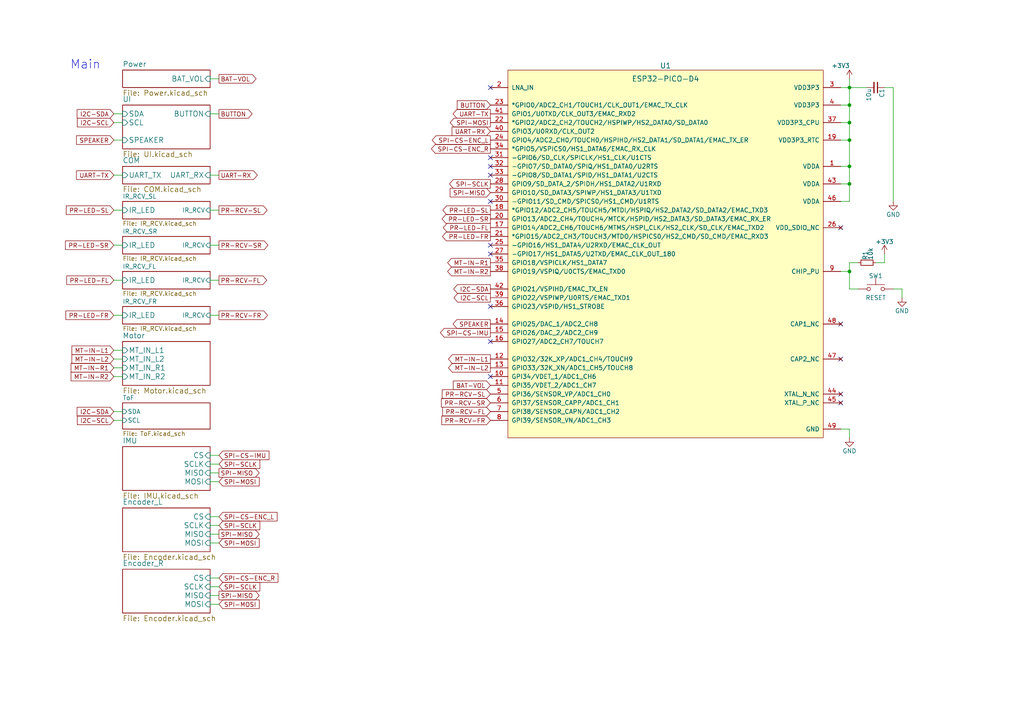
<source format=kicad_sch>
(kicad_sch (version 20230121) (generator eeschema)
  (paper "A4")
  (lib_symbols
    (symbol "KERISE-rescue:+3.3V-power-KERISE-rescue-KERISE-rescue" (power) (pin_names (offset 0))
      (property "Value" "+3.3V-power-KERISE-rescue-KERISE-rescue" (at 0 3.556 0))
      (symbol "+3.3V-power-KERISE-rescue-KERISE-rescue_0_1"
        (polyline (pts (xy -0.762 1.27) (xy 0 2.54)))
        (polyline (pts (xy 0 0) (xy 0 2.54)))
        (polyline (pts (xy 0 2.54) (xy 0.762 1.27)))
      )
      (symbol "+3.3V-power-KERISE-rescue-KERISE-rescue_1_1"
        (pin power_in line (at 0 0 90) (length 0) hide (name "+3V3") (number "1"))
      )
    )
    (symbol "KERISE-rescue:C_Small-Device-KERISE-rescue-KERISE-rescue" (pin_numbers hide) (pin_names (offset 0.254) hide)
      (property "Reference" "C" (at 0.254 1.778 0))
      (property "Value" "C_Small-Device-KERISE-rescue-KERISE-rescue" (at 0.254 -2.032 0))
      (symbol "C_Small-Device-KERISE-rescue-KERISE-rescue_0_1"
        (polyline (pts (xy -1.524 -0.508) (xy 1.524 -0.508)) (stroke (width 0.3302)))
        (polyline (pts (xy -1.524 0.508) (xy 1.524 0.508)) (stroke (width 0.3048)))
      )
      (symbol "C_Small-Device-KERISE-rescue-KERISE-rescue_1_1"
        (pin passive line (at 0 2.54 270) (length 2.032) (name "~") (number "1"))
        (pin passive line (at 0 -2.54 90) (length 2.032) (name "~") (number "2"))
      )
    )
    (symbol "KERISE-rescue:GND-power-KERISE-rescue-KERISE-rescue" (power) (pin_names (offset 0))
      (property "Value" "GND-power-KERISE-rescue-KERISE-rescue" (at 0 -3.81 0))
      (symbol "GND-power-KERISE-rescue-KERISE-rescue_0_1"
        (polyline (pts (xy 0 0) (xy 0 -1.27) (xy 1.27 -1.27) (xy 0 -2.54) (xy -1.27 -1.27) (xy 0 -1.27)))
      )
      (symbol "GND-power-KERISE-rescue-KERISE-rescue_1_1"
        (pin power_in line (at 0 0 270) (length 0) hide (name "GND") (number "1"))
      )
    )
    (symbol "KERISE-rescue:R_Small-Device-KERISE-rescue-KERISE-rescue" (pin_numbers hide) (pin_names (offset 0.254) hide)
      (property "Reference" "R" (at 0.762 0.508 0))
      (property "Value" "R_Small-Device-KERISE-rescue-KERISE-rescue" (at 0.762 -1.016 0))
      (symbol "R_Small-Device-KERISE-rescue-KERISE-rescue_0_1"
        (rectangle (start -0.762 1.778) (end 0.762 -1.778) (stroke (width 0.2032)))
      )
      (symbol "R_Small-Device-KERISE-rescue-KERISE-rescue_1_1"
        (pin passive line (at 0 2.54 270) (length 0.762) (name "~") (number "1"))
        (pin passive line (at 0 -2.54 90) (length 0.762) (name "~") (number "2"))
      )
    )
    (symbol "KERISE-rescue:SW_Push-Switch-KERISE-rescue-KERISE-rescue" (pin_numbers hide) (pin_names (offset 1.016) hide)
      (property "Reference" "SW" (at 1.27 2.54 0))
      (property "Value" "SW_Push-Switch-KERISE-rescue-KERISE-rescue" (at 0 -1.524 0))
      (symbol "SW_Push-Switch-KERISE-rescue-KERISE-rescue_0_1"
        (circle (center -2.032 0) (radius 0.508))
        (polyline (pts (xy 0 1.27) (xy 0 3.048)))
        (polyline (pts (xy 2.54 1.27) (xy -2.54 1.27)))
        (circle (center 2.032 0) (radius 0.508))
        (pin passive line (at -5.08 0 0) (length 2.54) (name "1") (number "1"))
        (pin passive line (at 5.08 0 180) (length 2.54) (name "2") (number "2"))
      )
    )
    (symbol "KERISE:ESP32-PICO-D4" (pin_names (offset 1.016))
      (property "Reference" "U" (at 0 52.07 0))
      (property "Value" "ESP32-PICO-D4" (at 0 48.26 0))
      (symbol "ESP32-PICO-D4_0_1"
        (rectangle (start -45.72 50.8) (end 45.72 -55.88) (fill (type background)))
      )
      (symbol "ESP32-PICO-D4_1_1"
        (pin input line (at 50.8 22.86 180) (length 5.08) (name "VDDA") (number "1"))
        (pin input line (at -50.8 -38.1 0) (length 5.08) (name "GPI34/VDET_1/ADC1_CH6") (number "10"))
        (pin input line (at -50.8 -40.64 0) (length 5.08) (name "GPI35/VDET_2/ADC1_CH7") (number "11"))
        (pin bidirectional line (at -50.8 -33.02 0) (length 5.08) (name "GPIO32/32K_XP/ADC1_CH4/TOUCH9") (number "12"))
        (pin bidirectional line (at -50.8 -35.56 0) (length 5.08) (name "GPIO33/32K_XN/ADC1_CH5/TOUCH8") (number "13"))
        (pin bidirectional line (at -50.8 -22.86 0) (length 5.08) (name "GPIO25/DAC_1/ADC2_CH8") (number "14"))
        (pin bidirectional line (at -50.8 -25.4 0) (length 5.08) (name "GPIO26/DAC_2/ADC2_CH9") (number "15"))
        (pin bidirectional line (at -50.8 -27.94 0) (length 5.08) (name "GPIO27/ADC2_CH7/TOUCH7") (number "16"))
        (pin bidirectional line (at -50.8 5.08 0) (length 5.08) (name "GPIO14/ADC2_CH6/TOUCH6/MTMS/HSPI_CLK/HS2_CLK/SD_CLK/EMAC_TXD2") (number "17"))
        (pin bidirectional line (at -50.8 10.16 0) (length 5.08) (name "*GPIO12/ADC2_CH5/TOUCH5/MTDI/HSPIQ/HS2_DATA2/SD_DATA2/EMAC_TXD3") (number "18"))
        (pin input line (at 50.8 30.48 180) (length 5.08) (name "VDD3P3_RTC") (number "19"))
        (pin bidirectional line (at -50.8 45.72 0) (length 5.08) (name "LNA_IN") (number "2"))
        (pin bidirectional line (at -50.8 7.62 0) (length 5.08) (name "GPIO13/ADC2_CH4/TOUCH4/MTCK/HSPID/HS2_DATA3/SD_DATA3/EMAC_RX_ER") (number "20"))
        (pin bidirectional line (at -50.8 2.54 0) (length 5.08) (name "*GPIO15/ADC2_CH3/TOUCH3/MTDO/HSPICS0/HS2_CMD/SD_CMD/EMAC_RXD3") (number "21"))
        (pin bidirectional line (at -50.8 35.56 0) (length 5.08) (name "*GPIO2/ADC2_CH2/TOUCH2/HSPIWP/HS2_DATA0/SD_DATA0") (number "22"))
        (pin bidirectional line (at -50.8 40.64 0) (length 5.08) (name "*GPIO0/ADC2_CH1/TOUCH1/CLK_OUT1/EMAC_TX_CLK") (number "23"))
        (pin bidirectional line (at -50.8 30.48 0) (length 5.08) (name "GPIO4/ADC2_CH0/TOUCH0/HSPIHD/HS2_DATA1/SD_DATA1/EMAC_TX_ER") (number "24"))
        (pin bidirectional line (at -50.8 0 0) (length 5.08) (name "-GPIO16/HS1_DATA4/U2RXD/EMAC_CLK_OUT") (number "25"))
        (pin no_connect line (at 50.8 5.08 180) (length 5.08) (name "VDD_SDIO_NC") (number "26"))
        (pin bidirectional line (at -50.8 -2.54 0) (length 5.08) (name "-GPIO17/HS1_DATA5/U2TXD/EMAC_CLK_OUT_180") (number "27"))
        (pin bidirectional line (at -50.8 17.78 0) (length 5.08) (name "GPIO9/SD_DATA_2/SPIDH/HS1_DATA2/U1RXD") (number "28"))
        (pin bidirectional line (at -50.8 15.24 0) (length 5.08) (name "GPIO10/SD_DATA3/SPIWP/HS1_DATA3/U1TXD") (number "29"))
        (pin input line (at 50.8 45.72 180) (length 5.08) (name "VDD3P3") (number "3"))
        (pin bidirectional line (at -50.8 12.7 0) (length 5.08) (name "-GPIO11/SD_CMD/SPICS0/HS1_CMD/U1RTS") (number "30"))
        (pin bidirectional line (at -50.8 25.4 0) (length 5.08) (name "-GPIO6/SD_CLK/SPICLK/HS1_CLK/U1CTS") (number "31"))
        (pin bidirectional line (at -50.8 22.86 0) (length 5.08) (name "-GPIO7/SD_DATA0/SPIQ/HS1_DATA0/U2RTS") (number "32"))
        (pin bidirectional line (at -50.8 20.32 0) (length 5.08) (name "-GPIO8/SD_DATA1/SPID/HS1_DATA1/U2CTS") (number "33"))
        (pin bidirectional line (at -50.8 27.94 0) (length 5.08) (name "*GPIO5/VSPICS0/HS1_DATA6/EMAC_RX_CLK") (number "34"))
        (pin bidirectional line (at -50.8 -5.08 0) (length 5.08) (name "GPIO18/VSPICLK/HS1_DATA7") (number "35"))
        (pin bidirectional line (at -50.8 -17.78 0) (length 5.08) (name "GPIO23/VSPID/HS1_STROBE") (number "36"))
        (pin input line (at 50.8 35.56 180) (length 5.08) (name "VDD3P3_CPU") (number "37"))
        (pin bidirectional line (at -50.8 -7.62 0) (length 5.08) (name "GPIO19/VSPIQ/U0CTS/EMAC_TXD0") (number "38"))
        (pin bidirectional line (at -50.8 -15.24 0) (length 5.08) (name "GPIO22/VSPIWP/U0RTS/EMAC_TXD1") (number "39"))
        (pin input line (at 50.8 40.64 180) (length 5.08) (name "VDD3P3") (number "4"))
        (pin bidirectional line (at -50.8 33.02 0) (length 5.08) (name "GPIO3/U0RXD/CLK_OUT2") (number "40"))
        (pin bidirectional line (at -50.8 38.1 0) (length 5.08) (name "GPIO1/U0TXD/CLK_OUT3/EMAC_RXD2") (number "41"))
        (pin bidirectional line (at -50.8 -12.7 0) (length 5.08) (name "GPIO21/VSPIHD/EMAC_TX_EN") (number "42"))
        (pin input line (at 50.8 17.78 180) (length 5.08) (name "VDDA") (number "43"))
        (pin no_connect line (at 50.8 -43.18 180) (length 5.08) (name "XTAL_N_NC") (number "44"))
        (pin no_connect line (at 50.8 -45.72 180) (length 5.08) (name "XTAL_P_NC") (number "45"))
        (pin input line (at 50.8 12.7 180) (length 5.08) (name "VDDA") (number "46"))
        (pin no_connect line (at 50.8 -33.02 180) (length 5.08) (name "CAP2_NC") (number "47"))
        (pin no_connect line (at 50.8 -22.86 180) (length 5.08) (name "CAP1_NC") (number "48"))
        (pin input line (at 50.8 -53.34 180) (length 5.08) (name "GND") (number "49"))
        (pin input line (at -50.8 -43.18 0) (length 5.08) (name "GPI36/SENSOR_VP/ADC1_CH0") (number "5"))
        (pin input line (at -50.8 -45.72 0) (length 5.08) (name "GPI37/SENSOR_CAPP/ADC1_CH1") (number "6"))
        (pin input line (at -50.8 -48.26 0) (length 5.08) (name "GPI38/SENSOR_CAPN/ADC1_CH2") (number "7"))
        (pin input line (at -50.8 -50.8 0) (length 5.08) (name "GPI39/SENSOR_VN/ADC1_CH3") (number "8"))
        (pin input line (at 50.8 -7.62 180) (length 5.08) (name "CHIP_PU") (number "9"))
      )
    )
  )
  (junction (at 246.38 48.26))
  (junction (at 246.38 53.34))
  (junction (at 246.38 25.4))
  (junction (at 246.38 78.74))
  (junction (at 246.38 30.48))
  (junction (at 246.38 35.56))
  (junction (at 246.38 40.64))
  (no_connect (at 243.84 66.04))
  (no_connect (at 142.24 48.26))
  (no_connect (at 142.24 71.12))
  (no_connect (at 243.84 93.98))
  (no_connect (at 243.84 116.84))
  (no_connect (at 142.24 109.22))
  (no_connect (at 142.24 73.66))
  (no_connect (at 142.24 58.42))
  (no_connect (at 243.84 104.14))
  (no_connect (at 142.24 45.72))
  (no_connect (at 142.24 99.06))
  (no_connect (at 243.84 114.3))
  (no_connect (at 142.24 88.9))
  (no_connect (at 142.24 25.4))
  (no_connect (at 142.24 50.8))
  (wire (pts (xy 35.56 121.92) (xy 33.02 121.92)))
  (wire (pts (xy 243.84 40.64) (xy 246.38 40.64)))
  (wire (pts (xy 60.96 33.02) (xy 63.5 33.02)))
  (wire (pts (xy 60.96 167.64) (xy 63.5 167.64)))
  (wire (pts (xy 33.02 33.02) (xy 35.56 33.02)))
  (wire (pts (xy 63.5 152.4) (xy 60.96 152.4)))
  (wire (pts (xy 33.02 81.28) (xy 35.56 81.28)))
  (wire (pts (xy 33.02 101.6) (xy 35.56 101.6)))
  (wire (pts (xy 35.56 40.64) (xy 33.02 40.64)))
  (wire (pts (xy 63.5 81.28) (xy 60.96 81.28)))
  (wire (pts (xy 256.54 76.2) (xy 254 76.2)))
  (wire (pts (xy 35.56 109.22) (xy 33.02 109.22)))
  (wire (pts (xy 243.84 48.26) (xy 246.38 48.26)))
  (wire (pts (xy 33.02 71.12) (xy 35.56 71.12)))
  (wire (pts (xy 259.08 25.4) (xy 259.08 58.42)))
  (wire (pts (xy 33.02 119.38) (xy 35.56 119.38)))
  (wire (pts (xy 60.96 172.72) (xy 63.5 172.72)))
  (wire (pts (xy 243.84 58.42) (xy 246.38 58.42)))
  (wire (pts (xy 63.5 71.12) (xy 60.96 71.12)))
  (wire (pts (xy 63.5 139.7) (xy 60.96 139.7)))
  (wire (pts (xy 246.38 58.42) (xy 246.38 53.34)))
  (wire (pts (xy 246.38 78.74) (xy 243.84 78.74)))
  (wire (pts (xy 248.92 76.2) (xy 246.38 76.2)))
  (wire (pts (xy 246.38 78.74) (xy 246.38 83.82)))
  (wire (pts (xy 33.02 50.8) (xy 35.56 50.8)))
  (wire (pts (xy 246.38 40.64) (xy 246.38 35.56)))
  (wire (pts (xy 63.5 170.18) (xy 60.96 170.18)))
  (wire (pts (xy 243.84 30.48) (xy 246.38 30.48)))
  (wire (pts (xy 246.38 83.82) (xy 248.92 83.82)))
  (wire (pts (xy 60.96 149.86) (xy 63.5 149.86)))
  (wire (pts (xy 33.02 106.68) (xy 35.56 106.68)))
  (wire (pts (xy 63.5 60.96) (xy 60.96 60.96)))
  (wire (pts (xy 60.96 132.08) (xy 63.5 132.08)))
  (wire (pts (xy 243.84 53.34) (xy 246.38 53.34)))
  (wire (pts (xy 63.5 91.44) (xy 60.96 91.44)))
  (wire (pts (xy 246.38 124.46) (xy 243.84 124.46)))
  (wire (pts (xy 63.5 134.62) (xy 60.96 134.62)))
  (wire (pts (xy 63.5 157.48) (xy 60.96 157.48)))
  (wire (pts (xy 246.38 48.26) (xy 246.38 40.64)))
  (wire (pts (xy 33.02 60.96) (xy 35.56 60.96)))
  (wire (pts (xy 246.38 127) (xy 246.38 124.46)))
  (wire (pts (xy 60.96 137.16) (xy 63.5 137.16)))
  (wire (pts (xy 63.5 22.86) (xy 60.96 22.86)))
  (wire (pts (xy 261.62 86.36) (xy 261.62 83.82)))
  (wire (pts (xy 246.38 25.4) (xy 251.46 25.4)))
  (wire (pts (xy 246.38 25.4) (xy 246.38 22.86)))
  (wire (pts (xy 246.38 35.56) (xy 243.84 35.56)))
  (wire (pts (xy 63.5 50.8) (xy 60.96 50.8)))
  (wire (pts (xy 246.38 76.2) (xy 246.38 78.74)))
  (wire (pts (xy 246.38 35.56) (xy 246.38 30.48)))
  (wire (pts (xy 256.54 73.66) (xy 256.54 76.2)))
  (wire (pts (xy 261.62 83.82) (xy 259.08 83.82)))
  (wire (pts (xy 63.5 175.26) (xy 60.96 175.26)))
  (wire (pts (xy 35.56 104.14) (xy 33.02 104.14)))
  (wire (pts (xy 246.38 53.34) (xy 246.38 48.26)))
  (wire (pts (xy 60.96 154.94) (xy 63.5 154.94)))
  (wire (pts (xy 243.84 25.4) (xy 246.38 25.4)))
  (wire (pts (xy 35.56 35.56) (xy 33.02 35.56)))
  (wire (pts (xy 259.08 25.4) (xy 256.54 25.4)))
  (wire (pts (xy 246.38 30.48) (xy 246.38 25.4)))
  (wire (pts (xy 33.02 91.44) (xy 35.56 91.44)))
  (text "Main" (at 20.32 20.32 0) (effects (font (size 2.54 2.54)) (justify left bottom)))
  (global_label "PR-RCV-SR" (shape output) (at 63.5 71.12 0) (property "Intersheetrefs" "${INTERSHEET_REFS}" (effects hide)))
  (global_label "PR-LED-FR" (shape output) (at 142.24 68.58 180) (property "Intersheetrefs" "${INTERSHEET_REFS}" (effects hide)))
  (global_label "UART-TX" (shape output) (at 142.24 33.02 180) (property "Intersheetrefs" "${INTERSHEET_REFS}" (effects hide)))
  (global_label "SPI-CS-ENC_R" (shape input) (at 63.5 167.64 0) (property "Intersheetrefs" "${INTERSHEET_REFS}" (effects hide)))
  (global_label "SPI-MOSI" (shape input) (at 63.5 175.26 0) (property "Intersheetrefs" "${INTERSHEET_REFS}" (effects hide)))
  (global_label "SPI-CS-ENC_L" (shape input) (at 63.5 149.86 0) (property "Intersheetrefs" "${INTERSHEET_REFS}" (effects hide)))
  (global_label "PR-RCV-FR" (shape input) (at 142.24 121.92 180) (property "Intersheetrefs" "${INTERSHEET_REFS}" (effects hide)))
  (global_label "SPI-MOSI" (shape output) (at 142.24 35.56 180) (property "Intersheetrefs" "${INTERSHEET_REFS}" (effects hide)))
  (global_label "PR-LED-SR" (shape input) (at 33.02 71.12 180) (property "Intersheetrefs" "${INTERSHEET_REFS}" (effects hide)))
  (global_label "MT-IN-R2" (shape output) (at 142.24 78.74 180) (property "Intersheetrefs" "${INTERSHEET_REFS}" (effects hide)))
  (global_label "PR-LED-SR" (shape output) (at 142.24 63.5 180) (property "Intersheetrefs" "${INTERSHEET_REFS}" (effects hide)))
  (global_label "SPI-CS-ENC_L" (shape output) (at 142.24 40.64 180) (property "Intersheetrefs" "${INTERSHEET_REFS}" (effects hide)))
  (global_label "MT-IN-R1" (shape input) (at 33.02 106.68 180) (property "Intersheetrefs" "${INTERSHEET_REFS}" (effects hide)))
  (global_label "MT-IN-R2" (shape input) (at 33.02 109.22 180) (property "Intersheetrefs" "${INTERSHEET_REFS}" (effects hide)))
  (global_label "SPI-SCLK" (shape output) (at 142.24 53.34 180) (property "Intersheetrefs" "${INTERSHEET_REFS}" (effects hide)))
  (global_label "BUTTON" (shape output) (at 63.5 33.02 0) (property "Intersheetrefs" "${INTERSHEET_REFS}" (effects hide)))
  (global_label "PR-RCV-SR" (shape input) (at 142.24 116.84 180) (property "Intersheetrefs" "${INTERSHEET_REFS}" (effects hide)))
  (global_label "PR-RCV-FL" (shape input) (at 142.24 119.38 180) (property "Intersheetrefs" "${INTERSHEET_REFS}" (effects hide)))
  (global_label "PR-RCV-SL" (shape input) (at 142.24 114.3 180) (property "Intersheetrefs" "${INTERSHEET_REFS}" (effects hide)))
  (global_label "I2C-SCL" (shape output) (at 142.24 86.36 180) (property "Intersheetrefs" "${INTERSHEET_REFS}" (effects hide)))
  (global_label "PR-LED-FL" (shape input) (at 33.02 81.28 180) (property "Intersheetrefs" "${INTERSHEET_REFS}" (effects hide)))
  (global_label "UART-TX" (shape input) (at 33.02 50.8 180) (property "Intersheetrefs" "${INTERSHEET_REFS}" (effects hide)))
  (global_label "PR-RCV-FR" (shape output) (at 63.5 91.44 0) (property "Intersheetrefs" "${INTERSHEET_REFS}" (effects hide)))
  (global_label "SPEAKER" (shape input) (at 33.02 40.64 180) (property "Intersheetrefs" "${INTERSHEET_REFS}" (effects hide)))
  (global_label "MT-IN-L2" (shape input) (at 33.02 104.14 180) (property "Intersheetrefs" "${INTERSHEET_REFS}" (effects hide)))
  (global_label "MT-IN-L1" (shape input) (at 33.02 101.6 180) (property "Intersheetrefs" "${INTERSHEET_REFS}" (effects hide)))
  (global_label "MT-IN-L1" (shape output) (at 142.24 104.14 180) (property "Intersheetrefs" "${INTERSHEET_REFS}" (effects hide)))
  (global_label "SPI-SCLK" (shape input) (at 63.5 134.62 0) (property "Intersheetrefs" "${INTERSHEET_REFS}" (effects hide)))
  (global_label "I2C-SCL" (shape input) (at 33.02 121.92 180) (property "Intersheetrefs" "${INTERSHEET_REFS}" (effects hide)))
  (global_label "BAT-VOL" (shape input) (at 142.24 111.76 180) (property "Intersheetrefs" "${INTERSHEET_REFS}" (effects hide)))
  (global_label "PR-LED-FL" (shape output) (at 142.24 66.04 180) (property "Intersheetrefs" "${INTERSHEET_REFS}" (effects hide)))
  (global_label "I2C-SCL" (shape input) (at 33.02 35.56 180) (property "Intersheetrefs" "${INTERSHEET_REFS}" (effects hide)))
  (global_label "UART-RX" (shape output) (at 63.5 50.8 0) (property "Intersheetrefs" "${INTERSHEET_REFS}" (effects hide)))
  (global_label "I2C-SDA" (shape input) (at 33.02 33.02 180) (property "Intersheetrefs" "${INTERSHEET_REFS}" (effects hide)))
  (global_label "SPI-MOSI" (shape input) (at 63.5 157.48 0) (property "Intersheetrefs" "${INTERSHEET_REFS}" (effects hide)))
  (global_label "SPI-CS-ENC_R" (shape output) (at 142.24 43.18 180) (property "Intersheetrefs" "${INTERSHEET_REFS}" (effects hide)))
  (global_label "MT-IN-L2" (shape output) (at 142.24 106.68 180) (property "Intersheetrefs" "${INTERSHEET_REFS}" (effects hide)))
  (global_label "MT-IN-R1" (shape output) (at 142.24 76.2 180) (property "Intersheetrefs" "${INTERSHEET_REFS}" (effects hide)))
  (global_label "I2C-SDA" (shape output) (at 142.24 83.82 180) (property "Intersheetrefs" "${INTERSHEET_REFS}" (effects hide)))
  (global_label "SPI-MISO" (shape output) (at 63.5 172.72 0) (property "Intersheetrefs" "${INTERSHEET_REFS}" (effects hide)))
  (global_label "SPI-MISO" (shape output) (at 63.5 154.94 0) (property "Intersheetrefs" "${INTERSHEET_REFS}" (effects hide)))
  (global_label "SPI-SCLK" (shape input) (at 63.5 152.4 0) (property "Intersheetrefs" "${INTERSHEET_REFS}" (effects hide)))
  (global_label "I2C-SDA" (shape input) (at 33.02 119.38 180) (property "Intersheetrefs" "${INTERSHEET_REFS}" (effects hide)))
  (global_label "BAT-VOL" (shape output) (at 63.5 22.86 0) (property "Intersheetrefs" "${INTERSHEET_REFS}" (effects hide)))
  (global_label "SPI-MISO" (shape output) (at 63.5 137.16 0) (property "Intersheetrefs" "${INTERSHEET_REFS}" (effects hide)))
  (global_label "SPI-MOSI" (shape input) (at 63.5 139.7 0) (property "Intersheetrefs" "${INTERSHEET_REFS}" (effects hide)))
  (global_label "BUTTON" (shape input) (at 142.24 30.48 180) (property "Intersheetrefs" "${INTERSHEET_REFS}" (effects hide)))
  (global_label "PR-LED-SL" (shape input) (at 33.02 60.96 180) (property "Intersheetrefs" "${INTERSHEET_REFS}" (effects hide)))
  (global_label "PR-LED-FR" (shape input) (at 33.02 91.44 180) (property "Intersheetrefs" "${INTERSHEET_REFS}" (effects hide)))
  (global_label "SPEAKER" (shape output) (at 142.24 93.98 180) (property "Intersheetrefs" "${INTERSHEET_REFS}" (effects hide)))
  (global_label "SPI-CS-IMU" (shape input) (at 63.5 132.08 0) (property "Intersheetrefs" "${INTERSHEET_REFS}" (effects hide)))
  (global_label "SPI-SCLK" (shape input) (at 63.5 170.18 0) (property "Intersheetrefs" "${INTERSHEET_REFS}" (effects hide)))
  (global_label "UART-RX" (shape input) (at 142.24 38.1 180) (property "Intersheetrefs" "${INTERSHEET_REFS}" (effects hide)))
  (global_label "SPI-MISO" (shape input) (at 142.24 55.88 180) (property "Intersheetrefs" "${INTERSHEET_REFS}" (effects hide)))
  (global_label "PR-RCV-SL" (shape output) (at 63.5 60.96 0) (property "Intersheetrefs" "${INTERSHEET_REFS}" (effects hide)))
  (global_label "PR-LED-SL" (shape output) (at 142.24 60.96 180) (property "Intersheetrefs" "${INTERSHEET_REFS}" (effects hide)))
  (global_label "PR-RCV-FL" (shape output) (at 63.5 81.28 0) (property "Intersheetrefs" "${INTERSHEET_REFS}" (effects hide)))
  (global_label "SPI-CS-IMU" (shape output) (at 142.24 96.52 180) (property "Intersheetrefs" "${INTERSHEET_REFS}" (effects hide)))
  (symbol (lib_id "KERISE-rescue:GND-power-KERISE-rescue-KERISE-rescue") (at 261.62 86.36 0) (unit 1)
    (property "Reference" "#PWR05" (effects hide))
    (property "Value" "GND" (at 261.62 90.17 0))
  )
  (symbol (lib_id "KERISE-rescue:+3.3V-power-KERISE-rescue-KERISE-rescue") (at 256.54 73.66 0) (unit 1)
    (property "Reference" "#PWR03" (effects hide))
    (property "Value" "+3.3V" (at 256.54 70.104 0))
  )
  (symbol (lib_id "KERISE-rescue:GND-power-KERISE-rescue-KERISE-rescue") (at 259.08 58.42 0) (unit 1)
    (property "Reference" "#PWR04" (effects hide))
    (property "Value" "GND" (at 259.08 62.23 0))
  )
  (symbol (lib_id "KERISE-rescue:R_Small-Device-KERISE-rescue-KERISE-rescue") (at 251.46 76.2 90) (unit 1)
    (property "Reference" "R1" (at 250.952 75.438 0) (effects (justify left)))
    (property "Value" "10k" (at 252.476 75.438 0) (effects (justify left)))
    (property "Footprint" "Resistor_SMD:R_0201_0603Metric" (effects hide))
  )
  (symbol (lib_id "KERISE-rescue:C_Small-Device-KERISE-rescue-KERISE-rescue") (at 254 25.4 270) (unit 1)
    (property "Reference" "C1" (at 255.778 25.654 0) (effects (justify left)))
    (property "Value" "10u" (at 251.968 25.654 0) (effects (justify left)))
    (property "Footprint" "Capacitor_SMD:C_0402_1005Metric" (effects hide))
  )
  (symbol (lib_id "KERISE:ESP32-PICO-D4") (at 193.04 71.12 0) (unit 1)
    (property "Reference" "U1" (at 193.04 19.05 0) (effects (font (size 1.524 1.524))))
    (property "Value" "ESP32-PICO-D4" (at 193.04 22.86 0) (effects (font (size 1.524 1.524))))
    (property "Footprint" "mouse:ESP32-PICO-D4" (effects hide))
  )
  (symbol (lib_id "KERISE-rescue:SW_Push-Switch-KERISE-rescue-KERISE-rescue") (at 254 83.82 0) (unit 1)
    (property "Reference" "SW1" (at 254 80.01 0))
    (property "Value" "RESET" (at 254 86.36 0))
    (property "Footprint" "mouse:EVPBB" (effects hide))
  )
  (symbol (lib_id "KERISE-rescue:GND-power-KERISE-rescue-KERISE-rescue") (at 246.38 127 0) (unit 1)
    (property "Reference" "#PWR02" (effects hide))
    (property "Value" "GND" (at 246.38 130.81 0))
  )
  (symbol (lib_id "KERISE-rescue:+3.3V-power-KERISE-rescue-KERISE-rescue") (at 246.38 22.86 0) (unit 1)
    (property "Reference" "#PWR01" (effects hide))
    (property "Value" "+3.3V" (at 243.84 19.05 0))
  )
  (sheet (at 35.56 20.32) (size 25.4 5.08)
    (property "Sheetname" "Power" (at 35.56 19.4814 0) (effects (font (size 1.524 1.524)) (justify left bottom)))
    (property "Sheetfile" "Power.kicad_sch" (at 35.56 26.0862 0) (effects (font (size 1.524 1.524)) (justify left top)))
    (pin "BAT_VOL" input (at 60.96 22.86 0) (effects (font (size 1.524 1.524))))
  )
  (sheet (at 35.56 99.06) (size 25.4 12.7)
    (property "Sheetname" "Motor" (at 35.56 98.2214 0) (effects (font (size 1.524 1.524)) (justify left bottom)))
    (property "Sheetfile" "Motor.kicad_sch" (at 35.56 112.4462 0) (effects (font (size 1.524 1.524)) (justify left top)))
    (pin "MT_IN_L1" input (at 35.56 101.6 180) (effects (font (size 1.524 1.524))))
    (pin "MT_IN_L2" input (at 35.56 104.14 180) (effects (font (size 1.524 1.524))))
    (pin "MT_IN_R1" input (at 35.56 106.68 180) (effects (font (size 1.524 1.524))))
    (pin "MT_IN_R2" input (at 35.56 109.22 180) (effects (font (size 1.524 1.524))))
  )
  (sheet (at 35.56 30.48) (size 25.4 12.7)
    (property "Sheetname" "UI" (at 35.56 29.6414 0) (effects (font (size 1.524 1.524)) (justify left bottom)))
    (property "Sheetfile" "UI.kicad_sch" (at 35.56 43.8662 0) (effects (font (size 1.524 1.524)) (justify left top)))
    (pin "SPEAKER" input (at 35.56 40.64 180) (effects (font (size 1.524 1.524))))
    (pin "BUTTON" input (at 60.96 33.02 0) (effects (font (size 1.524 1.524))))
    (pin "SCL" input (at 35.56 35.56 180) (effects (font (size 1.524 1.524))))
    (pin "SDA" input (at 35.56 33.02 180) (effects (font (size 1.524 1.524))))
  )
  (sheet (at 35.56 48.26) (size 25.4 5.08)
    (property "Sheetname" "COM" (at 35.56 47.4214 0) (effects (font (size 1.524 1.524)) (justify left bottom)))
    (property "Sheetfile" "COM.kicad_sch" (at 35.56 54.0262 0) (effects (font (size 1.524 1.524)) (justify left top)))
    (pin "UART_RX" input (at 60.96 50.8 0) (effects (font (size 1.524 1.524))))
    (pin "UART_TX" input (at 35.56 50.8 180) (effects (font (size 1.524 1.524))))
  )
  (sheet (at 35.56 58.42) (size 25.4 5.08)
    (property "Sheetname" "IR_RCV_SL" (at 35.56 57.7084 0) (effects (justify left bottom)))
    (property "Sheetfile" "IR_RCV.kicad_sch" (at 35.56 64.0846 0) (effects (justify left top)))
    (pin "IR_RCV" input (at 60.96 60.96 0))
    (pin "IR_LED" input (at 35.56 60.96 180) (effects (font (size 1.524 1.524))))
  )
  (sheet (at 35.56 68.58) (size 25.4 5.08)
    (property "Sheetname" "IR_RCV_SR" (at 35.56 67.8684 0) (effects (justify left bottom)))
    (property "Sheetfile" "IR_RCV.kicad_sch" (at 35.56 74.2446 0) (effects (justify left top)))
    (pin "IR_RCV" input (at 60.96 71.12 0))
    (pin "IR_LED" input (at 35.56 71.12 180) (effects (font (size 1.524 1.524))))
  )
  (sheet (at 35.56 165.1) (size 25.4 12.7)
    (property "Sheetname" "Encoder_R" (at 35.56 164.2614 0) (effects (font (size 1.524 1.524)) (justify left bottom)))
    (property "Sheetfile" "Encoder.kicad_sch" (at 35.56 178.4862 0) (effects (font (size 1.524 1.524)) (justify left top)))
    (pin "CS" input (at 60.96 167.64 0) (effects (font (size 1.524 1.524))))
    (pin "SCLK" input (at 60.96 170.18 0) (effects (font (size 1.524 1.524))))
    (pin "MISO" input (at 60.96 172.72 0) (effects (font (size 1.524 1.524))))
    (pin "MOSI" input (at 60.96 175.26 0) (effects (font (size 1.524 1.524))))
  )
  (sheet (at 35.56 147.32) (size 25.4 12.7)
    (property "Sheetname" "Encoder_L" (at 35.56 146.4814 0) (effects (font (size 1.524 1.524)) (justify left bottom)))
    (property "Sheetfile" "Encoder.kicad_sch" (at 35.56 160.7062 0) (effects (font (size 1.524 1.524)) (justify left top)))
    (pin "CS" input (at 60.96 149.86 0) (effects (font (size 1.524 1.524))))
    (pin "SCLK" input (at 60.96 152.4 0) (effects (font (size 1.524 1.524))))
    (pin "MISO" input (at 60.96 154.94 0) (effects (font (size 1.524 1.524))))
    (pin "MOSI" input (at 60.96 157.48 0) (effects (font (size 1.524 1.524))))
  )
  (sheet (at 35.56 78.74) (size 25.4 5.08)
    (property "Sheetname" "IR_RCV_FL" (at 35.56 78.0284 0) (effects (justify left bottom)))
    (property "Sheetfile" "IR_RCV.kicad_sch" (at 35.56 84.4046 0) (effects (justify left top)))
    (pin "IR_RCV" input (at 60.96 81.28 0))
    (pin "IR_LED" input (at 35.56 81.28 180) (effects (font (size 1.524 1.524))))
  )
  (sheet (at 35.56 88.9) (size 25.4 5.08)
    (property "Sheetname" "IR_RCV_FR" (at 35.56 88.1884 0) (effects (justify left bottom)))
    (property "Sheetfile" "IR_RCV.kicad_sch" (at 35.56 94.5646 0) (effects (justify left top)))
    (pin "IR_RCV" input (at 60.96 91.44 0))
    (pin "IR_LED" input (at 35.56 91.44 180) (effects (font (size 1.524 1.524))))
  )
  (sheet (at 35.56 129.54) (size 25.4 12.7)
    (property "Sheetname" "IMU" (at 35.56 128.7014 0) (effects (font (size 1.524 1.524)) (justify left bottom)))
    (property "Sheetfile" "IMU.kicad_sch" (at 35.56 142.9262 0) (effects (font (size 1.524 1.524)) (justify left top)))
    (pin "MISO" input (at 60.96 137.16 0) (effects (font (size 1.524 1.524))))
    (pin "MOSI" input (at 60.96 139.7 0) (effects (font (size 1.524 1.524))))
    (pin "CS" input (at 60.96 132.08 0) (effects (font (size 1.524 1.524))))
    (pin "SCLK" input (at 60.96 134.62 0) (effects (font (size 1.524 1.524))))
  )
  (sheet (at 35.56 116.84) (size 25.4 7.62)
    (property "Sheetname" "ToF" (at 35.56 116.1284 0) (effects (justify left bottom)))
    (property "Sheetfile" "ToF.kicad_sch" (at 35.56 125.0446 0) (effects (justify left top)))
    (pin "SDA" input (at 35.56 119.38 180))
    (pin "SCL" input (at 35.56 121.92 180))
  )
)
</source>
